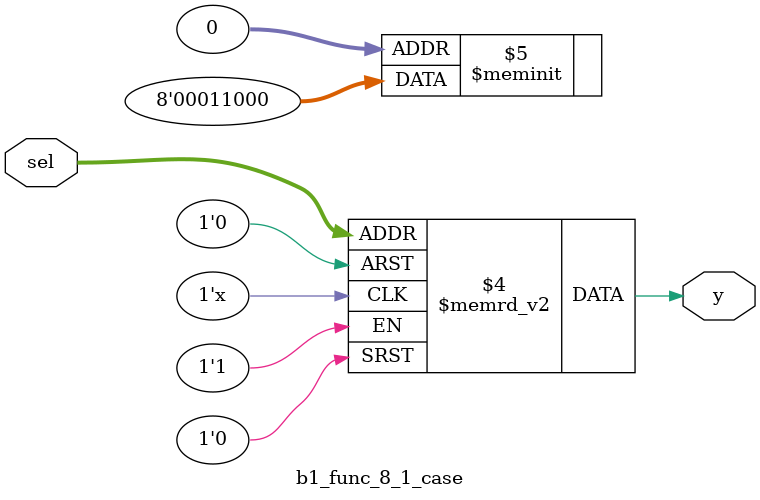
<source format=v>
module b1_func_8_1_case
(
    input  [2:0] sel,
    output reg y
);

    always @(*)
        case (sel)
        3'b000: y = 1'b0;
        3'b001: y = 1'b0;
        3'b010: y = 1'b0;
        3'b011: y = 1'b1;
		  3'b100: y = 1'b1;
        3'b101: y = 1'b0;
        3'b110: y = 1'b0;
        3'b111: y = 1'b0;
        endcase

endmodule
</source>
